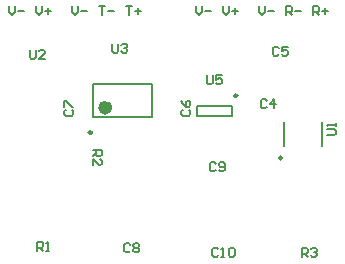
<source format=gto>
G04*
G04 #@! TF.GenerationSoftware,Altium Limited,Altium Designer,20.2.6 (244)*
G04*
G04 Layer_Color=65535*
%FSLAX25Y25*%
%MOIN*%
G70*
G04*
G04 #@! TF.SameCoordinates,C884C1E4-69B8-4AE2-8FFD-ECE4C5FCCFCF*
G04*
G04*
G04 #@! TF.FilePolarity,Positive*
G04*
G01*
G75*
%ADD10C,0.02362*%
%ADD11C,0.00984*%
%ADD12C,0.01100*%
%ADD13C,0.00787*%
%ADD14C,0.00600*%
%ADD15C,0.00500*%
D10*
X137276Y163268D02*
G03*
X137276Y163268I-1181J0D01*
G01*
D11*
X131646Y155000D02*
G03*
X131646Y155000I-492J0D01*
G01*
X180079Y167315D02*
G03*
X180079Y167315I-492J0D01*
G01*
D12*
X195000Y146500D02*
G03*
X195000Y146500I-500J0D01*
G01*
D13*
X132158Y160130D02*
X151842D01*
Y171130D01*
X132158Y160130D02*
Y171130D01*
X151842D01*
X166791Y160327D02*
Y163673D01*
Y160327D02*
X178209D01*
X166791Y163673D02*
X178209D01*
Y160327D02*
Y163673D01*
D14*
X195600Y150550D02*
Y158450D01*
X208400Y150550D02*
Y158450D01*
D15*
X104000Y196999D02*
Y195000D01*
X105000Y194000D01*
X105999Y195000D01*
Y196999D01*
X106999Y195500D02*
X108998D01*
X112997Y196999D02*
Y195000D01*
X113997Y194000D01*
X114996Y195000D01*
Y196999D01*
X115996Y195500D02*
X117996D01*
X116996Y196499D02*
Y194500D01*
X124993Y196999D02*
Y195000D01*
X125993Y194000D01*
X126993Y195000D01*
Y196999D01*
X127992Y195500D02*
X129992D01*
X133990Y196999D02*
X135990D01*
X134990D01*
Y194000D01*
X136989Y195500D02*
X138989D01*
X142987Y196999D02*
X144987D01*
X143987D01*
Y194000D01*
X145986Y195500D02*
X147986D01*
X146986Y196499D02*
Y194500D01*
X166500Y196999D02*
Y195000D01*
X167500Y194000D01*
X168499Y195000D01*
Y196999D01*
X169499Y195500D02*
X171498D01*
X175497Y196999D02*
Y195000D01*
X176497Y194000D01*
X177496Y195000D01*
Y196999D01*
X178496Y195500D02*
X180496D01*
X179496Y196499D02*
Y194500D01*
X187493Y196999D02*
Y195000D01*
X188493Y194000D01*
X189493Y195000D01*
Y196999D01*
X190492Y195500D02*
X192492D01*
X196490Y194000D02*
Y196999D01*
X197990D01*
X198490Y196499D01*
Y195500D01*
X197990Y195000D01*
X196490D01*
X197490D02*
X198490Y194000D01*
X199489Y195500D02*
X201489D01*
X205487Y194000D02*
Y196999D01*
X206987D01*
X207487Y196499D01*
Y195500D01*
X206987Y195000D01*
X205487D01*
X206487D02*
X207487Y194000D01*
X208486Y195500D02*
X210486D01*
X209486Y196499D02*
Y194500D01*
X170001Y174000D02*
Y171500D01*
X170501Y171001D01*
X171500D01*
X172000Y171500D01*
Y174000D01*
X174999D02*
X173000D01*
Y172500D01*
X174000Y173000D01*
X174499D01*
X174999Y172500D01*
Y171500D01*
X174499Y171001D01*
X173500D01*
X173000Y171500D01*
X210000Y154001D02*
X212500D01*
X213000Y154500D01*
Y155500D01*
X212500Y156000D01*
X210000D01*
X213000Y157000D02*
Y157999D01*
Y157500D01*
X210000D01*
X210500Y157000D01*
X201532Y113500D02*
Y116499D01*
X203032D01*
X203532Y116000D01*
Y115000D01*
X203032Y114500D01*
X201532D01*
X202532D02*
X203532Y113500D01*
X204531Y116000D02*
X205031Y116499D01*
X206031D01*
X206531Y116000D01*
Y115500D01*
X206031Y115000D01*
X205531D01*
X206031D01*
X206531Y114500D01*
Y114000D01*
X206031Y113500D01*
X205031D01*
X204531Y114000D01*
X173751Y116000D02*
X173251Y116499D01*
X172251D01*
X171751Y116000D01*
Y114000D01*
X172251Y113500D01*
X173251D01*
X173751Y114000D01*
X174750Y113500D02*
X175750D01*
X175250D01*
Y116499D01*
X174750Y116000D01*
X177249D02*
X177749Y116499D01*
X178749D01*
X179249Y116000D01*
Y114000D01*
X178749Y113500D01*
X177749D01*
X177249Y114000D01*
Y116000D01*
X172969Y144500D02*
X172469Y145000D01*
X171469D01*
X170969Y144500D01*
Y142500D01*
X171469Y142000D01*
X172469D01*
X172969Y142500D01*
X173968D02*
X174468Y142000D01*
X175468D01*
X175968Y142500D01*
Y144500D01*
X175468Y145000D01*
X174468D01*
X173968Y144500D01*
Y144000D01*
X174468Y143500D01*
X175968D01*
X162000Y162500D02*
X161501Y162000D01*
Y161001D01*
X162000Y160501D01*
X164000D01*
X164499Y161001D01*
Y162000D01*
X164000Y162500D01*
X161501Y165499D02*
X162000Y164499D01*
X163000Y163500D01*
X164000D01*
X164499Y164000D01*
Y164999D01*
X164000Y165499D01*
X163500D01*
X163000Y164999D01*
Y163500D01*
X194000Y183000D02*
X193500Y183500D01*
X192501D01*
X192001Y183000D01*
Y181000D01*
X192501Y180500D01*
X193500D01*
X194000Y181000D01*
X196999Y183500D02*
X195000D01*
Y182000D01*
X196000Y182500D01*
X196499D01*
X196999Y182000D01*
Y181000D01*
X196499Y180500D01*
X195500D01*
X195000Y181000D01*
X190000Y165500D02*
X189500Y165999D01*
X188501D01*
X188001Y165500D01*
Y163500D01*
X188501Y163001D01*
X189500D01*
X190000Y163500D01*
X192499Y163001D02*
Y165999D01*
X191000Y164500D01*
X192999D01*
X144500Y117500D02*
X144000Y117999D01*
X143001D01*
X142501Y117500D01*
Y115500D01*
X143001Y115000D01*
X144000D01*
X144500Y115500D01*
X145500Y117500D02*
X146000Y117999D01*
X146999D01*
X147499Y117500D01*
Y117000D01*
X146999Y116500D01*
X147499Y116000D01*
Y115500D01*
X146999Y115000D01*
X146000D01*
X145500Y115500D01*
Y116000D01*
X146000Y116500D01*
X145500Y117000D01*
Y117500D01*
X146000Y116500D02*
X146999D01*
X123000Y162500D02*
X122501Y162000D01*
Y161001D01*
X123000Y160501D01*
X125000D01*
X125499Y161001D01*
Y162000D01*
X125000Y162500D01*
X122501Y163500D02*
Y165499D01*
X123000D01*
X125000Y163500D01*
X125499D01*
X138501Y184500D02*
Y182000D01*
X139001Y181500D01*
X140000D01*
X140500Y182000D01*
Y184500D01*
X141500Y184000D02*
X142000Y184500D01*
X142999D01*
X143499Y184000D01*
Y183500D01*
X142999Y183000D01*
X142499D01*
X142999D01*
X143499Y182500D01*
Y182000D01*
X142999Y181500D01*
X142000D01*
X141500Y182000D01*
X111001Y182500D02*
Y180000D01*
X111501Y179500D01*
X112500D01*
X113000Y180000D01*
Y182500D01*
X115999Y179500D02*
X114000D01*
X115999Y181500D01*
Y182000D01*
X115499Y182500D01*
X114500D01*
X114000Y182000D01*
X132001Y148999D02*
X135000D01*
Y147500D01*
X134500Y147000D01*
X133500D01*
X133000Y147500D01*
Y148999D01*
Y148000D02*
X132001Y147000D01*
Y144001D02*
Y146000D01*
X134000Y144001D01*
X134500D01*
X135000Y144501D01*
Y145500D01*
X134500Y146000D01*
X113501Y115500D02*
Y118500D01*
X115000D01*
X115500Y118000D01*
Y117000D01*
X115000Y116500D01*
X113501D01*
X114500D02*
X115500Y115500D01*
X116500D02*
X117499D01*
X116999D01*
Y118500D01*
X116500Y118000D01*
M02*

</source>
